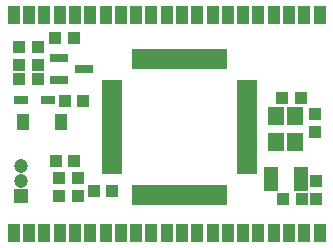
<source format=gts>
G04*
G04 #@! TF.GenerationSoftware,Altium Limited,Altium Designer,20.0.2 (26)*
G04*
G04 Layer_Color=8388736*
%FSLAX25Y25*%
%MOIN*%
G70*
G01*
G75*
%ADD14R,0.04147X0.04147*%
%ADD15R,0.04147X0.04147*%
%ADD16R,0.05918X0.03162*%
%ADD17R,0.05072X0.02965*%
%ADD18R,0.04383X0.05603*%
%ADD19R,0.04737X0.07887*%
%ADD20R,0.05524X0.06312*%
%ADD21R,0.06607X0.01981*%
%ADD22R,0.01981X0.06607*%
%ADD23C,0.04737*%
%ADD24R,0.04737X0.04737*%
%ADD25R,0.03950X0.06312*%
D14*
X16943Y19547D02*
D03*
Y13445D02*
D03*
X23492Y19547D02*
D03*
Y13445D02*
D03*
X102300Y40801D02*
D03*
Y34699D02*
D03*
X102750Y12250D02*
D03*
Y18352D02*
D03*
X3675Y63052D02*
D03*
Y56949D02*
D03*
X10075D02*
D03*
Y63052D02*
D03*
D15*
X15961Y24949D02*
D03*
X22063D02*
D03*
X28724Y14925D02*
D03*
X34827D02*
D03*
X97602Y46100D02*
D03*
X91500D02*
D03*
X97917Y12250D02*
D03*
X91814D02*
D03*
X15799Y65900D02*
D03*
X21901D02*
D03*
X9901Y52400D02*
D03*
X3799D02*
D03*
X25151Y45200D02*
D03*
X19049D02*
D03*
D16*
X17000Y59380D02*
D03*
Y51900D02*
D03*
X25268Y55640D02*
D03*
D17*
X13338Y45343D02*
D03*
X4362D02*
D03*
D18*
X4863Y38000D02*
D03*
X17737D02*
D03*
D19*
X87779Y18900D02*
D03*
X97621D02*
D03*
D20*
X95550Y31519D02*
D03*
Y40181D02*
D03*
X89250D02*
D03*
Y31519D02*
D03*
D21*
X79791Y21686D02*
D03*
Y23655D02*
D03*
Y25623D02*
D03*
Y27592D02*
D03*
Y29560D02*
D03*
Y31529D02*
D03*
Y33497D02*
D03*
Y35466D02*
D03*
Y37434D02*
D03*
Y39403D02*
D03*
Y41371D02*
D03*
Y43340D02*
D03*
Y45308D02*
D03*
Y47277D02*
D03*
Y49245D02*
D03*
Y51214D02*
D03*
X34609D02*
D03*
Y49245D02*
D03*
Y47277D02*
D03*
Y45308D02*
D03*
Y43340D02*
D03*
Y41371D02*
D03*
Y39403D02*
D03*
Y37434D02*
D03*
Y35466D02*
D03*
Y33497D02*
D03*
Y31529D02*
D03*
Y29560D02*
D03*
Y27592D02*
D03*
Y25623D02*
D03*
Y23655D02*
D03*
Y21686D02*
D03*
D22*
X71964Y59041D02*
D03*
X69995D02*
D03*
X68027D02*
D03*
X66058D02*
D03*
X64090D02*
D03*
X62121D02*
D03*
X60153D02*
D03*
X58184D02*
D03*
X56216D02*
D03*
X54247D02*
D03*
X52279D02*
D03*
X50310D02*
D03*
X48342D02*
D03*
X46373D02*
D03*
X44405D02*
D03*
X42436D02*
D03*
Y13859D02*
D03*
X44405D02*
D03*
X46373D02*
D03*
X48342D02*
D03*
X50310D02*
D03*
X52279D02*
D03*
X54247D02*
D03*
X56216D02*
D03*
X58184D02*
D03*
X60153D02*
D03*
X62121D02*
D03*
X64090D02*
D03*
X66058D02*
D03*
X68027D02*
D03*
X69995D02*
D03*
X71964D02*
D03*
D23*
X4189Y23354D02*
D03*
Y18354D02*
D03*
D24*
Y13354D02*
D03*
D25*
X98757Y1181D02*
D03*
X93662D02*
D03*
X103851D02*
D03*
X88568D02*
D03*
X58000D02*
D03*
X63095D02*
D03*
X68189D02*
D03*
X73284D02*
D03*
X78378D02*
D03*
X83473D02*
D03*
X52906D02*
D03*
X47811D02*
D03*
X42717D02*
D03*
X12156D02*
D03*
X17249D02*
D03*
X22343D02*
D03*
X27436D02*
D03*
X32530D02*
D03*
X37623D02*
D03*
X7062D02*
D03*
X1969D02*
D03*
X7063Y73622D02*
D03*
X12158D02*
D03*
X1969D02*
D03*
X17252D02*
D03*
X47820D02*
D03*
X42725D02*
D03*
X37630D02*
D03*
X32536D02*
D03*
X27441D02*
D03*
X22347D02*
D03*
X52914D02*
D03*
X58009D02*
D03*
X63103D02*
D03*
X93664D02*
D03*
X88571D02*
D03*
X83477D02*
D03*
X78384D02*
D03*
X73290D02*
D03*
X68197D02*
D03*
X98758D02*
D03*
X103851D02*
D03*
M02*

</source>
